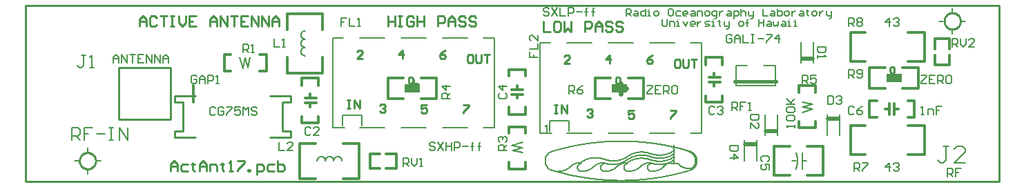
<source format=gto>
*%FSLAX24Y24*%
*%MOIN*%
G01*
%ADD11C,0.0000*%
%ADD12C,0.0050*%
%ADD13C,0.0060*%
%ADD14C,0.0073*%
%ADD15C,0.0080*%
%ADD16C,0.0098*%
%ADD17C,0.0100*%
%ADD18C,0.0120*%
%ADD19C,0.0160*%
%ADD20C,0.0200*%
%ADD21C,0.0200*%
%ADD22C,0.0240*%
%ADD23C,0.0250*%
%ADD24C,0.0300*%
%ADD25C,0.0300*%
%ADD26C,0.0340*%
%ADD27C,0.0360*%
%ADD28C,0.0394*%
%ADD29C,0.0400*%
%ADD30C,0.0434*%
%ADD31C,0.0440*%
%ADD32C,0.0500*%
%ADD33C,0.0500*%
%ADD34C,0.0540*%
%ADD35C,0.0600*%
%ADD36C,0.0680*%
%ADD37C,0.0700*%
%ADD38C,0.0750*%
%ADD39C,0.0790*%
%ADD40C,0.0827*%
%ADD41C,0.1000*%
%ADD42C,0.1250*%
%ADD43C,0.1450*%
%ADD44C,0.2000*%
%ADD45C,0.2250*%
%ADD46R,0.0200X0.0200*%
%ADD47R,0.0200X0.0500*%
%ADD48R,0.0200X0.0650*%
%ADD49R,0.0200X0.1600*%
%ADD50R,0.0280X0.0600*%
%ADD51R,0.0300X0.0300*%
%ADD52R,0.0300X0.0300*%
%ADD53R,0.0320X0.0560*%
%ADD54R,0.0320X0.0640*%
%ADD55R,0.0340X0.0340*%
%ADD56R,0.0360X0.0600*%
%ADD57R,0.0400X0.0400*%
%ADD58R,0.0400X0.0640*%
%ADD59R,0.0500X0.0400*%
%ADD60R,0.0500X0.0500*%
%ADD61R,0.0500X0.0500*%
%ADD62R,0.0500X0.1200*%
%ADD63R,0.0540X0.0440*%
%ADD64R,0.0540X0.0960*%
%ADD65R,0.0540X0.1140*%
%ADD66R,0.0550X0.0650*%
%ADD67R,0.0591X0.1260*%
%ADD68R,0.0600X0.0600*%
%ADD69R,0.0600X0.0600*%
%ADD70R,0.0600X0.1000*%
%ADD71R,0.0600X0.1200*%
%ADD72R,0.0600X0.1250*%
%ADD73R,0.0631X0.1300*%
%ADD74R,0.0640X0.0640*%
%ADD75R,0.0640X0.1040*%
%ADD76R,0.0640X0.1240*%
%ADD77R,0.0640X0.1290*%
%ADD78R,0.0750X0.0400*%
%ADD79R,0.0800X0.0750*%
%ADD80R,0.0800X0.0800*%
%ADD81R,0.0800X0.1250*%
%ADD82R,0.0850X0.0500*%
%ADD83R,0.0890X0.0540*%
%ADD84R,0.0900X0.0900*%
%ADD85R,0.0940X0.0940*%
%ADD86R,0.1000X0.0500*%
%ADD87R,0.1000X0.1000*%
%ADD88R,0.1040X0.0540*%
%ADD89R,0.1200X0.0500*%
%ADD90R,0.1250X0.0600*%
%ADD91R,0.1290X0.0640*%
%ADD92R,0.1400X0.1400*%
%ADD93R,0.1500X0.0500*%
%ADD94R,0.1500X0.1500*%
%ADD95R,0.1500X0.1500*%
%ADD96R,0.1540X0.0540*%
%ADD97R,0.1540X0.1540*%
%ADD98R,0.1700X0.1700*%
%ADD99R,0.1750X0.1750*%
%ADD100R,0.1790X0.1790*%
%ADD101R,0.1900X0.1900*%
%ADD102R,0.2400X0.1600*%
%ADD103R,0.2500X0.2500*%
%ADD104R,0.2500X0.2500*%
D12*
X61070Y30740D02*
Y31040D01*
X62970D02*
Y30740D01*
Y31040D02*
X62420D01*
X61620D02*
X61070D01*
X54717Y26514D02*
X54685Y26525D01*
X54653Y26536D01*
X54620Y26545D01*
X54588Y26554D01*
X54555Y26561D01*
X54521Y26568D01*
X54488Y26574D01*
X54454Y26579D01*
X54421Y26583D01*
X54387Y26586D01*
X54353Y26588D01*
X54319Y26589D01*
X54285Y26589D01*
X54251Y26589D01*
X54217Y26587D01*
X54184Y26585D01*
X54150Y26582D01*
X54116Y26577D01*
X54083Y26572D01*
X54049Y26566D01*
X54016Y26559D01*
X53983Y26551D01*
X53950Y26542D01*
X53918Y26533D01*
X53885Y26522D01*
X53854Y26511D01*
X53822Y26499D01*
X53791Y26485D01*
X53760Y26471D01*
X53729Y26457D01*
X53699Y26441D01*
X53669Y26425D01*
X53640Y26407D01*
X53612Y26389D01*
X53583Y26370D01*
X53556Y26351D01*
X54713Y26516D02*
X54745Y26505D01*
X54777Y26494D01*
X54810Y26485D01*
X54842Y26476D01*
X54875Y26469D01*
X54909Y26462D01*
X54942Y26456D01*
X54976Y26451D01*
X55009Y26447D01*
X55043Y26444D01*
X55077Y26442D01*
X55111Y26441D01*
X55145Y26441D01*
X55179Y26441D01*
X55213Y26443D01*
X55246Y26445D01*
X55280Y26448D01*
X55314Y26453D01*
X55347Y26458D01*
X55381Y26464D01*
X55414Y26471D01*
X55447Y26479D01*
X55480Y26488D01*
X55512Y26497D01*
X55545Y26508D01*
X55576Y26519D01*
X55608Y26531D01*
X55639Y26545D01*
X55670Y26559D01*
X55701Y26573D01*
X55731Y26589D01*
X55761Y26605D01*
X55790Y26623D01*
X55818Y26641D01*
X55847Y26660D01*
X55874Y26679D01*
X56479Y26181D02*
X56505Y26206D01*
X56532Y26228D01*
X56562Y26249D01*
X56592Y26267D01*
X56624Y26283D01*
X56657Y26297D01*
X56691Y26309D01*
X56725Y26318D01*
X56760Y26325D01*
X56795Y26329D01*
X56831Y26331D01*
X56867Y26330D01*
X56902Y26327D01*
X56938Y26322D01*
X56972Y26314D01*
X56476Y26190D02*
X56452Y26167D01*
X56428Y26145D01*
X56403Y26123D01*
X56377Y26103D01*
X56351Y26084D01*
X56323Y26065D01*
X56295Y26048D01*
X56267Y26032D01*
X56237Y26017D01*
X56207Y26004D01*
X56177Y25991D01*
X56146Y25980D01*
X56115Y25969D01*
X56083Y25960D01*
X56051Y25953D01*
X56019Y25946D01*
X55986Y25941D01*
X55954Y25937D01*
X55921Y25935D01*
X55888Y25933D01*
X55855Y25933D01*
X55855Y25930D02*
X55822Y25933D01*
X55790Y25941D01*
X55760Y25955D01*
X55733Y25974D01*
X55709Y25998D01*
X55690Y26025D01*
X55676Y26055D01*
X55668Y26087D01*
X55665Y26120D01*
X55668Y26153D01*
X55676Y26185D01*
X55690Y26215D01*
X55709Y26242D01*
X55733Y26266D01*
X55760Y26285D01*
X55790Y26299D01*
X55822Y26307D01*
X55855Y26310D01*
X55847Y26314D02*
X55812Y26322D01*
X55777Y26327D01*
X55742Y26330D01*
X55706Y26331D01*
X55670Y26329D01*
X55635Y26325D01*
X55600Y26318D01*
X55566Y26309D01*
X55532Y26297D01*
X55499Y26283D01*
X55467Y26267D01*
X55437Y26249D01*
X55407Y26228D01*
X55380Y26206D01*
X55354Y26181D01*
X53101Y26190D02*
X53077Y26167D01*
X53053Y26145D01*
X53028Y26123D01*
X53002Y26103D01*
X52976Y26084D01*
X52948Y26065D01*
X52920Y26048D01*
X52892Y26032D01*
X52862Y26017D01*
X52832Y26004D01*
X52802Y25991D01*
X52771Y25980D01*
X52740Y25969D01*
X52708Y25960D01*
X52676Y25953D01*
X52644Y25946D01*
X52611Y25941D01*
X52579Y25937D01*
X52546Y25935D01*
X52513Y25933D01*
X52480Y25933D01*
X53104Y26181D02*
X53130Y26206D01*
X53157Y26228D01*
X53187Y26249D01*
X53217Y26267D01*
X53249Y26283D01*
X53282Y26297D01*
X53316Y26309D01*
X53350Y26318D01*
X53385Y26325D01*
X53420Y26329D01*
X53456Y26331D01*
X53492Y26330D01*
X53527Y26327D01*
X53562Y26322D01*
X53597Y26314D01*
X53610Y26310D02*
X53577Y26307D01*
X53545Y26299D01*
X53515Y26285D01*
X53488Y26266D01*
X53464Y26242D01*
X53445Y26215D01*
X53431Y26185D01*
X53423Y26153D01*
X53420Y26120D01*
X53423Y26087D01*
X53431Y26055D01*
X53445Y26025D01*
X53464Y25998D01*
X53488Y25974D01*
X53515Y25955D01*
X53545Y25941D01*
X53577Y25933D01*
X53610Y25930D01*
X53605Y25933D02*
X53638Y25933D01*
X53671Y25935D01*
X53704Y25937D01*
X53736Y25941D01*
X53769Y25946D01*
X53801Y25953D01*
X53833Y25960D01*
X53865Y25969D01*
X53896Y25980D01*
X53927Y25991D01*
X53957Y26004D01*
X53987Y26017D01*
X54017Y26032D01*
X54045Y26048D01*
X54073Y26065D01*
X54101Y26084D01*
X54127Y26103D01*
X54153Y26123D01*
X54178Y26145D01*
X54202Y26167D01*
X54226Y26190D01*
X54229Y26181D02*
X54255Y26206D01*
X54282Y26228D01*
X54312Y26249D01*
X54342Y26267D01*
X54374Y26283D01*
X54407Y26297D01*
X54441Y26309D01*
X54475Y26318D01*
X54510Y26325D01*
X54545Y26329D01*
X54581Y26331D01*
X54617Y26330D01*
X54652Y26327D01*
X54688Y26322D01*
X54722Y26314D01*
X54735Y25938D02*
X54768Y25938D01*
X54801Y25940D01*
X54834Y25942D01*
X54866Y25946D01*
X54899Y25951D01*
X54931Y25958D01*
X54963Y25965D01*
X54995Y25974D01*
X55026Y25985D01*
X55057Y25996D01*
X55087Y26009D01*
X55117Y26022D01*
X55147Y26037D01*
X55175Y26053D01*
X55203Y26070D01*
X55231Y26089D01*
X55257Y26108D01*
X55283Y26128D01*
X55308Y26150D01*
X55332Y26172D01*
X55356Y26195D01*
X54730Y26310D02*
X54697Y26307D01*
X54665Y26299D01*
X54635Y26285D01*
X54608Y26266D01*
X54584Y26242D01*
X54565Y26215D01*
X54551Y26185D01*
X54543Y26153D01*
X54540Y26120D01*
X54543Y26087D01*
X54551Y26055D01*
X54565Y26025D01*
X54584Y25998D01*
X54608Y25974D01*
X54635Y25955D01*
X54665Y25941D01*
X54697Y25933D01*
X54730Y25930D01*
X56990D02*
X56957Y25933D01*
X56925Y25941D01*
X56895Y25955D01*
X56868Y25974D01*
X56844Y25998D01*
X56825Y26025D01*
X56811Y26055D01*
X56803Y26087D01*
X56800Y26120D01*
X56803Y26153D01*
X56811Y26185D01*
X56825Y26215D01*
X56844Y26242D01*
X56868Y26266D01*
X56895Y26285D01*
X56925Y26299D01*
X56957Y26307D01*
X56990Y26310D01*
X56995Y25933D02*
X57028Y25933D01*
X57061Y25935D01*
X57094Y25937D01*
X57126Y25941D01*
X57159Y25946D01*
X57191Y25953D01*
X57223Y25960D01*
X57255Y25969D01*
X57286Y25980D01*
X57317Y25991D01*
X57347Y26004D01*
X57377Y26017D01*
X57407Y26032D01*
X57435Y26048D01*
X57463Y26065D01*
X57491Y26084D01*
X57517Y26103D01*
X57543Y26123D01*
X57568Y26145D01*
X57592Y26167D01*
X57616Y26190D01*
X58942Y26067D02*
X58968Y26090D01*
X58992Y26114D01*
X59015Y26140D01*
X59035Y26167D01*
X59054Y26196D01*
X59070Y26227D01*
X59084Y26258D01*
X59096Y26290D01*
X59106Y26323D01*
X59113Y26357D01*
X59117Y26391D01*
X59120Y26425D01*
X59120Y26459D01*
X59117Y26494D01*
X59112Y26527D01*
X59105Y26561D01*
X59095Y26594D01*
X59082Y26626D01*
X59068Y26657D01*
X59051Y26687D01*
X59033Y26716D01*
X59012Y26743D01*
X58989Y26769D01*
X58965Y26793D01*
X58939Y26816D01*
X58911Y26836D01*
X58882Y26854D01*
X58852Y26871D01*
X58821Y26885D01*
X58788Y26897D01*
X58104Y26654D02*
X58077Y26635D01*
X58048Y26616D01*
X58020Y26598D01*
X57991Y26580D01*
X57961Y26564D01*
X57931Y26548D01*
X57900Y26534D01*
X57869Y26520D01*
X57838Y26506D01*
X57806Y26494D01*
X57775Y26483D01*
X57742Y26472D01*
X57710Y26463D01*
X57677Y26454D01*
X57644Y26446D01*
X57611Y26439D01*
X57577Y26433D01*
X57544Y26428D01*
X57510Y26423D01*
X57476Y26420D01*
X57443Y26418D01*
X57409Y26416D01*
X57375Y26416D01*
X57341Y26416D01*
X57307Y26417D01*
X57273Y26419D01*
X57239Y26422D01*
X57206Y26426D01*
X57172Y26431D01*
X57139Y26437D01*
X57105Y26444D01*
X57072Y26451D01*
X57040Y26460D01*
X57007Y26469D01*
X56975Y26480D01*
X56943Y26491D01*
Y26641D02*
X56975Y26630D01*
X57007Y26619D01*
X57040Y26610D01*
X57072Y26601D01*
X57105Y26594D01*
X57139Y26587D01*
X57172Y26581D01*
X57206Y26576D01*
X57239Y26572D01*
X57273Y26569D01*
X57307Y26567D01*
X57341Y26566D01*
X57375Y26566D01*
X57409Y26566D01*
X57443Y26568D01*
X57476Y26570D01*
X57510Y26573D01*
X57544Y26578D01*
X57577Y26583D01*
X57611Y26589D01*
X57644Y26596D01*
X57677Y26604D01*
X57710Y26613D01*
X57742Y26622D01*
X57775Y26633D01*
X57806Y26644D01*
X57838Y26656D01*
X57869Y26670D01*
X57900Y26684D01*
X57931Y26698D01*
X57961Y26714D01*
X57991Y26730D01*
X58020Y26748D01*
X58048Y26766D01*
X58077Y26785D01*
X58104Y26804D01*
Y26954D02*
X58077Y26935D01*
X58048Y26916D01*
X58020Y26898D01*
X57991Y26880D01*
X57961Y26864D01*
X57931Y26848D01*
X57900Y26834D01*
X57869Y26820D01*
X57838Y26806D01*
X57806Y26794D01*
X57775Y26783D01*
X57742Y26772D01*
X57710Y26763D01*
X57677Y26754D01*
X57644Y26746D01*
X57611Y26739D01*
X57577Y26733D01*
X57544Y26728D01*
X57510Y26723D01*
X57476Y26720D01*
X57443Y26718D01*
X57409Y26716D01*
X57375Y26716D01*
X57341Y26716D01*
X57307Y26717D01*
X57273Y26719D01*
X57239Y26722D01*
X57206Y26726D01*
X57172Y26731D01*
X57139Y26737D01*
X57105Y26744D01*
X57072Y26751D01*
X57040Y26760D01*
X57007Y26769D01*
X56975Y26780D01*
X56943Y26791D01*
Y26341D02*
X56975Y26330D01*
X57007Y26319D01*
X57040Y26310D01*
X57072Y26301D01*
X57105Y26294D01*
X57139Y26287D01*
X57172Y26281D01*
X57206Y26276D01*
X57239Y26272D01*
X57273Y26269D01*
X57307Y26267D01*
X57341Y26266D01*
X57375Y26266D01*
X57409Y26266D01*
X57443Y26268D01*
X57476Y26270D01*
X57510Y26273D01*
X57544Y26278D01*
X57577Y26283D01*
X57611Y26289D01*
X57644Y26296D01*
X57677Y26304D01*
X57710Y26313D01*
X57742Y26322D01*
X57775Y26333D01*
X57806Y26344D01*
X57838Y26356D01*
X57869Y26370D01*
X57900Y26384D01*
X57931Y26398D01*
X57961Y26414D01*
X57991Y26430D01*
X58020Y26448D01*
X58048Y26466D01*
X58077Y26485D01*
X58104Y26504D01*
X56947Y26489D02*
X56915Y26500D01*
X56883Y26511D01*
X56850Y26520D01*
X56818Y26529D01*
X56785Y26536D01*
X56751Y26543D01*
X56718Y26549D01*
X56684Y26554D01*
X56651Y26558D01*
X56617Y26561D01*
X56583Y26563D01*
X56549Y26564D01*
X56515Y26564D01*
X56481Y26564D01*
X56447Y26562D01*
X56414Y26560D01*
X56380Y26557D01*
X56346Y26552D01*
X56313Y26547D01*
X56279Y26541D01*
X56246Y26534D01*
X56213Y26526D01*
X56180Y26517D01*
X56148Y26508D01*
X56115Y26497D01*
X56084Y26486D01*
X56052Y26474D01*
X56021Y26460D01*
X55990Y26446D01*
X55959Y26432D01*
X55929Y26416D01*
X55899Y26400D01*
X55870Y26382D01*
X55842Y26364D01*
X55813Y26345D01*
X55786Y26326D01*
Y26476D02*
X55813Y26495D01*
X55842Y26514D01*
X55870Y26532D01*
X55899Y26550D01*
X55929Y26566D01*
X55959Y26582D01*
X55990Y26596D01*
X56021Y26610D01*
X56052Y26624D01*
X56084Y26636D01*
X56115Y26647D01*
X56148Y26658D01*
X56180Y26667D01*
X56213Y26676D01*
X56246Y26684D01*
X56279Y26691D01*
X56313Y26697D01*
X56346Y26702D01*
X56380Y26707D01*
X56414Y26710D01*
X56447Y26712D01*
X56481Y26714D01*
X56515Y26714D01*
X56549Y26714D01*
X56583Y26713D01*
X56617Y26711D01*
X56651Y26708D01*
X56684Y26704D01*
X56718Y26699D01*
X56751Y26693D01*
X56785Y26686D01*
X56818Y26679D01*
X56850Y26670D01*
X56883Y26661D01*
X56915Y26650D01*
X56947Y26639D01*
Y26789D02*
X56915Y26800D01*
X56883Y26811D01*
X56850Y26820D01*
X56818Y26829D01*
X56785Y26836D01*
X56751Y26843D01*
X56718Y26849D01*
X56684Y26854D01*
X56651Y26858D01*
X56617Y26861D01*
X56583Y26863D01*
X56549Y26864D01*
X56515Y26864D01*
X56481Y26864D01*
X56447Y26862D01*
X56414Y26860D01*
X56380Y26857D01*
X56346Y26852D01*
X56313Y26847D01*
X56279Y26841D01*
X56246Y26834D01*
X56213Y26826D01*
X56180Y26817D01*
X56148Y26808D01*
X56115Y26797D01*
X56084Y26786D01*
X56052Y26774D01*
X56021Y26760D01*
X55990Y26746D01*
X55959Y26732D01*
X55929Y26716D01*
X55899Y26700D01*
X55870Y26682D01*
X55842Y26664D01*
X55813Y26645D01*
X55786Y26626D01*
X55829Y26504D02*
X55802Y26485D01*
X55773Y26466D01*
X55745Y26448D01*
X55716Y26430D01*
X55686Y26414D01*
X55656Y26398D01*
X55625Y26384D01*
X55594Y26370D01*
X55563Y26356D01*
X55531Y26344D01*
X55500Y26333D01*
X55467Y26322D01*
X55435Y26313D01*
X55402Y26304D01*
X55369Y26296D01*
X55336Y26289D01*
X55302Y26283D01*
X55269Y26278D01*
X55235Y26273D01*
X55201Y26270D01*
X55168Y26268D01*
X55134Y26266D01*
X55100Y26266D01*
X55066Y26266D01*
X55032Y26267D01*
X54998Y26269D01*
X54964Y26272D01*
X54931Y26276D01*
X54897Y26281D01*
X54864Y26287D01*
X54830Y26294D01*
X54797Y26301D01*
X54765Y26310D01*
X54732Y26319D01*
X54700Y26330D01*
X54668Y26341D01*
X58273Y26312D02*
X58294Y26288D01*
X58316Y26264D01*
X58339Y26242D01*
X58363Y26221D01*
X58389Y26201D01*
X58415Y26182D01*
X58443Y26165D01*
X58471Y26149D01*
X58500Y26135D01*
X58529Y26122D01*
X58559Y26111D01*
X58590Y26101D01*
X58621Y26093D01*
X58653Y26086D01*
X58685Y26081D01*
X58717Y26077D01*
X58749Y26075D01*
X58781Y26075D01*
X58813Y26076D01*
X58846Y26079D01*
X58877Y26084D01*
X58909Y26090D01*
X58940Y26098D01*
X58971Y26107D01*
X59002Y26118D01*
X59031Y26131D01*
X59061Y26145D01*
X57950Y26331D02*
X57917Y26330D01*
X57883Y26327D01*
X57850Y26321D01*
X57818Y26314D01*
X57786Y26304D01*
X57754Y26292D01*
X57724Y26278D01*
X57695Y26263D01*
X57666Y26245D01*
X57639Y26225D01*
X57613Y26204D01*
X57589Y26181D01*
X58090Y26315D02*
Y27210D01*
X57945Y26315D02*
X58270D01*
D13*
X55770Y33440D02*
Y33790D01*
X55945D01*
X56003Y33732D01*
Y33615D01*
X55945Y33557D01*
X55770D01*
X55887D02*
X56003Y33440D01*
X56178Y33673D02*
X56295D01*
X56353Y33615D01*
Y33440D01*
X56178D01*
X56120Y33498D01*
X56178Y33557D01*
X56353D01*
X56703Y33440D02*
Y33790D01*
Y33440D02*
X56528D01*
X56470Y33498D01*
Y33615D01*
X56528Y33673D01*
X56703D01*
X56820Y33440D02*
X56936D01*
X56878D01*
Y33673D01*
X56820D01*
X56878Y33790D02*
X56879D01*
X57170Y33440D02*
X57286D01*
X57344Y33498D01*
Y33615D01*
X57286Y33673D01*
X57170D01*
X57111Y33615D01*
Y33498D01*
X57170Y33440D01*
X57869Y33790D02*
X57986D01*
X57869D02*
X57811Y33732D01*
Y33498D01*
X57869Y33440D01*
X57986D01*
X58044Y33498D01*
Y33732D01*
X57986Y33790D01*
X58219Y33673D02*
X58394D01*
X58219D02*
X58161Y33615D01*
Y33498D01*
X58219Y33440D01*
X58394D01*
X58569D02*
X58686D01*
X58569D02*
X58511Y33498D01*
Y33615D01*
X58569Y33673D01*
X58686D01*
X58744Y33615D01*
Y33557D01*
X58511D01*
X58919Y33673D02*
X59036D01*
X59094Y33615D01*
Y33440D01*
X58919D01*
X58861Y33498D01*
X58919Y33557D01*
X59094D01*
X59211Y33440D02*
Y33673D01*
X59385D01*
X59444Y33615D01*
Y33440D01*
X59619D02*
X59735D01*
X59794Y33498D01*
Y33615D01*
X59735Y33673D01*
X59619D01*
X59560Y33615D01*
Y33498D01*
X59619Y33440D01*
X60027Y33323D02*
X60085D01*
X60144Y33382D01*
Y33673D01*
X59969D01*
X59910Y33615D01*
Y33498D01*
X59969Y33440D01*
X60144D01*
X60260D02*
Y33673D01*
Y33557D02*
Y33440D01*
Y33557D02*
X60319Y33615D01*
X60377Y33673D01*
X60435D01*
X60668D02*
X60785D01*
X60843Y33615D01*
Y33440D01*
X60668D01*
X60610Y33498D01*
X60668Y33557D01*
X60843D01*
X60960Y33673D02*
Y33323D01*
Y33673D02*
X61135D01*
X61193Y33615D01*
Y33498D01*
X61135Y33440D01*
X60960D01*
X61310D02*
Y33790D01*
Y33615D02*
Y33440D01*
Y33615D02*
X61368Y33673D01*
X61485D01*
X61543Y33615D01*
Y33440D01*
X61660Y33498D02*
Y33673D01*
Y33498D02*
X61718Y33440D01*
X61893D01*
Y33382D01*
X61835Y33323D01*
X61776D01*
X61893Y33440D02*
Y33673D01*
X62360Y33790D02*
Y33440D01*
X62593D01*
X62768Y33673D02*
X62884D01*
X62943Y33615D01*
Y33440D01*
X62768D01*
X62709Y33498D01*
X62768Y33557D01*
X62943D01*
X63059Y33440D02*
Y33790D01*
Y33440D02*
X63234D01*
X63293Y33498D01*
Y33557D01*
Y33615D01*
X63234Y33673D01*
X63059D01*
X63468Y33440D02*
X63584D01*
X63642Y33498D01*
Y33615D01*
X63584Y33673D01*
X63468D01*
X63409Y33615D01*
Y33498D01*
X63468Y33440D01*
X63759D02*
Y33673D01*
Y33557D02*
Y33440D01*
Y33557D02*
X63817Y33615D01*
X63876Y33673D01*
X63934D01*
X64167D02*
X64284D01*
X64342Y33615D01*
Y33440D01*
X64167D01*
X64109Y33498D01*
X64167Y33557D01*
X64342D01*
X64517Y33673D02*
Y33732D01*
Y33673D02*
X64459D01*
X64575D01*
X64517D01*
Y33498D01*
X64575Y33440D01*
X64809D02*
X64925D01*
X64984Y33498D01*
Y33615D01*
X64925Y33673D01*
X64809D01*
X64750Y33615D01*
Y33498D01*
X64809Y33440D01*
X65100D02*
Y33673D01*
Y33557D02*
Y33440D01*
Y33557D02*
X65159Y33615D01*
X65217Y33673D01*
X65275D01*
X65450D02*
Y33498D01*
X65509Y33440D01*
X65683D01*
Y33382D01*
X65625Y33323D01*
X65567D01*
X65683Y33440D02*
Y33673D01*
X57520Y33290D02*
Y32998D01*
X57578Y32940D01*
X57695D01*
X57753Y32998D01*
Y33290D01*
X57870Y33173D02*
Y32940D01*
Y33173D02*
X58045D01*
X58103Y33115D01*
Y32940D01*
X58220D02*
X58336D01*
X58278D01*
Y33173D01*
X58220D01*
X58278Y33290D02*
X58279D01*
X58511Y33173D02*
X58628Y32940D01*
X58745Y33173D01*
X58920Y32940D02*
X59036D01*
X58920D02*
X58861Y32998D01*
Y33115D01*
X58920Y33173D01*
X59036D01*
X59094Y33115D01*
Y33057D01*
X58861D01*
X59211Y33173D02*
Y32940D01*
Y33057D01*
X59269Y33115D01*
X59328Y33173D01*
X59386D01*
X59561Y32940D02*
X59736D01*
X59794Y32998D01*
X59736Y33057D01*
X59619D01*
X59561Y33115D01*
X59619Y33173D01*
X59794D01*
X59911Y32940D02*
X60028D01*
X59969D01*
Y33173D01*
X59911D01*
X59969Y33290D02*
X59970D01*
X60261Y33232D02*
Y33173D01*
X60202D01*
X60319D01*
X60261D01*
Y32998D01*
X60319Y32940D01*
X60494Y32998D02*
Y33173D01*
Y32998D02*
X60552Y32940D01*
X60727D01*
Y32882D01*
X60669Y32823D01*
X60611D01*
X60727Y32940D02*
Y33173D01*
X61252Y32940D02*
X61369D01*
X61427Y32998D01*
Y33115D01*
X61369Y33173D01*
X61252D01*
X61194Y33115D01*
Y32998D01*
X61252Y32940D01*
X61602D02*
Y33232D01*
Y33115D01*
X61544D01*
X61660D01*
X61602D01*
Y33232D01*
X61660Y33290D01*
X62185D02*
Y32940D01*
Y33115D01*
X62418D01*
Y33290D01*
Y32940D01*
X62593Y33173D02*
X62710D01*
X62768Y33115D01*
Y32940D01*
X62593D01*
X62535Y32998D01*
X62593Y33057D01*
X62768D01*
X62885Y32998D02*
Y33173D01*
Y32998D02*
X62943Y32940D01*
X63002Y32998D01*
X63060Y32940D01*
X63118Y32998D01*
Y33173D01*
X63293D02*
X63410D01*
X63468Y33115D01*
Y32940D01*
X63293D01*
X63235Y32998D01*
X63293Y33057D01*
X63468D01*
X63585Y32940D02*
X63701D01*
X63643D01*
Y33173D01*
X63585D01*
X63643Y33290D02*
X63644D01*
X63876Y32940D02*
X63993D01*
X63935D01*
Y33173D01*
X63876D01*
X63935Y33290D02*
X63936D01*
X29020Y28040D02*
Y27440D01*
Y28040D02*
X29320D01*
X29420Y27940D01*
Y27740D01*
X29320Y27640D01*
X29020D01*
X29220D02*
X29420Y27440D01*
X29620Y28040D02*
X30020D01*
X29620D02*
Y27740D01*
X29820D01*
X29620D01*
Y27440D01*
X30220Y27740D02*
X30619D01*
X30819Y28040D02*
X31019D01*
X30919D01*
Y27440D01*
X30819D01*
X31019D01*
X31319D02*
Y28040D01*
X31719Y27440D01*
Y28040D01*
X29670Y31540D02*
X29470D01*
X29570D01*
Y31040D01*
X29470Y30940D01*
X29370D01*
X29270Y31040D01*
X29870Y30940D02*
X30070D01*
X29970D01*
Y31540D01*
X29971D01*
X29970D02*
X29870Y31440D01*
X71270Y26090D02*
Y25690D01*
Y26090D02*
X71470D01*
X71537Y26023D01*
Y25890D01*
X71470Y25823D01*
X71270D01*
X71403D02*
X71537Y25690D01*
X71670Y26090D02*
X71936D01*
X71670D02*
Y25890D01*
X71803D01*
X71670D01*
Y25690D01*
X71353Y27140D02*
X71087D01*
X71220D01*
Y26473D01*
X71087Y26340D01*
X70953D01*
X70820Y26473D01*
X71620Y26340D02*
X72153D01*
X71620D02*
X72153Y26873D01*
Y27006D01*
X72020Y27140D01*
X71753D01*
X71620Y27006D01*
X71520Y31940D02*
Y32340D01*
X71720D01*
X71787Y32273D01*
Y32140D01*
X71720Y32073D01*
X71520D01*
X71653D02*
X71787Y31940D01*
X71920Y32073D02*
Y32340D01*
Y32073D02*
X72053Y31940D01*
X72186Y32073D01*
Y32340D01*
X72320Y31940D02*
X72586D01*
X72320D02*
X72586Y32207D01*
Y32273D01*
X72520Y32340D01*
X72386D01*
X72320Y32273D01*
X70153Y28690D02*
X70020D01*
X70087D02*
X70153D01*
X70087D02*
Y29090D01*
X70088D01*
X70087D02*
X70020Y29023D01*
X70353Y28957D02*
Y28690D01*
Y28957D02*
X70553D01*
X70620Y28890D01*
Y28690D01*
X70753Y29090D02*
X71020D01*
X70753D02*
Y28890D01*
X70886D01*
X70753D01*
Y28690D01*
X66787Y29023D02*
X66720Y29090D01*
X66587D01*
X66520Y29023D01*
Y28757D01*
X66587Y28690D01*
X66720D01*
X66787Y28757D01*
X67053Y29023D02*
X67186Y29090D01*
X67053Y29023D02*
X66920Y28890D01*
Y28757D01*
X66987Y28690D01*
X67120D01*
X67186Y28757D01*
Y28823D01*
X67120Y28890D01*
X66920D01*
X70020Y30590D02*
X70287D01*
Y30523D01*
X70020Y30257D01*
Y30190D01*
X70287D01*
X70420Y30590D02*
X70686D01*
X70420D02*
Y30190D01*
X70686D01*
X70553Y30390D02*
X70420D01*
X70820Y30190D02*
Y30590D01*
X71020D01*
X71086Y30523D01*
Y30390D01*
X71020Y30323D01*
X70820D01*
X70953D02*
X71086Y30190D01*
X71286Y30590D02*
X71420D01*
X71286D02*
X71220Y30523D01*
Y30257D01*
X71286Y30190D01*
X71420D01*
X71486Y30257D01*
Y30523D01*
X71420Y30590D01*
X66520Y30440D02*
Y30840D01*
X66720D01*
X66787Y30773D01*
Y30640D01*
X66720Y30573D01*
X66520D01*
X66653D02*
X66787Y30440D01*
X66920Y30507D02*
X66987Y30440D01*
X67120D01*
X67186Y30507D01*
Y30773D01*
X67120Y30840D01*
X66987D01*
X66920Y30773D01*
Y30707D01*
X66987Y30640D01*
X67186D01*
X68470Y32940D02*
Y33340D01*
X68270Y33140D01*
X68537D01*
X68670Y33273D02*
X68737Y33340D01*
X68870D01*
X68936Y33273D01*
Y33207D01*
X68937D01*
X68936D02*
X68937D01*
X68936D02*
X68937D01*
X68936D02*
X68870Y33140D01*
X68803D01*
X68870D01*
X68936Y33073D01*
Y33007D01*
X68870Y32940D01*
X68737D01*
X68670Y33007D01*
X66520Y32940D02*
Y33340D01*
X66720D01*
X66787Y33273D01*
Y33140D01*
X66720Y33073D01*
X66520D01*
X66653D02*
X66787Y32940D01*
X66920Y33273D02*
X66987Y33340D01*
X67120D01*
X67186Y33273D01*
Y33207D01*
X67120Y33140D01*
X67186Y33073D01*
Y33007D01*
X67120Y32940D01*
X66987D01*
X66920Y33007D01*
Y33073D01*
X66987Y33140D01*
X66920Y33207D01*
Y33273D01*
X66987Y33140D02*
X67120D01*
X65420Y31940D02*
X65020D01*
Y31740D01*
X65087Y31673D01*
X65353D01*
X65420Y31740D01*
Y31940D01*
X65020Y31540D02*
Y31407D01*
Y31473D01*
X65420D01*
X65421D01*
X65420D02*
X65353Y31540D01*
X61170Y27190D02*
X60770D01*
Y26990D01*
X60837Y26923D01*
X61103D01*
X61170Y26990D01*
Y27190D01*
Y26590D02*
X60770D01*
X60970Y26790D02*
X61170Y26590D01*
X60970Y26524D02*
Y26790D01*
X62603Y26423D02*
X62670Y26490D01*
Y26623D01*
X62603Y26690D01*
X62337D01*
X62270Y26623D01*
Y26490D01*
X62337Y26423D01*
X62670Y26290D02*
Y26024D01*
Y26290D02*
X62470D01*
X62537Y26157D01*
Y26090D01*
X62470Y26024D01*
X62337D01*
X62270Y26090D01*
Y26223D01*
X62337Y26290D01*
X68470Y26340D02*
Y25940D01*
X68270Y26140D02*
X68470Y26340D01*
X68537Y26140D02*
X68270D01*
X68670Y26273D02*
X68737Y26340D01*
X68870D01*
X68936Y26273D01*
Y26207D01*
X68937D01*
X68936D02*
X68937D01*
X68936D02*
X68937D01*
X68936D02*
X68870Y26140D01*
X68803D01*
X68870D01*
X68936Y26073D01*
Y26007D01*
X68870Y25940D01*
X68737D01*
X68670Y26007D01*
X66770Y25940D02*
Y26340D01*
X66970D01*
X67037Y26273D01*
Y26140D01*
X66970Y26073D01*
X66770D01*
X66903D02*
X67037Y25940D01*
X67170Y26340D02*
X67436D01*
Y26273D01*
X67170Y26007D01*
Y25940D01*
X65520Y29190D02*
Y29590D01*
Y29190D02*
X65720D01*
X65787Y29257D01*
Y29523D01*
X65720Y29590D01*
X65520D01*
X65920Y29523D02*
X65987Y29590D01*
X66120D01*
X66186Y29523D01*
Y29457D01*
X66187D01*
X66186D02*
X66187D01*
X66186D02*
X66187D01*
X66186D02*
X66120Y29390D01*
X66053D01*
X66120D01*
X66186Y29323D01*
Y29257D01*
X66120Y29190D01*
X65987D01*
X65920Y29257D01*
X63910Y28163D02*
Y28030D01*
Y28097D02*
Y28163D01*
Y28097D02*
X63510D01*
X63511D01*
X63510D02*
X63577Y28030D01*
Y28363D02*
X63510Y28430D01*
Y28563D01*
X63577Y28630D01*
X63843D01*
X63910Y28563D01*
Y28430D01*
X63843Y28363D01*
X63577D01*
Y28763D02*
X63510Y28830D01*
Y28963D01*
X63577Y29030D01*
X63843D01*
X63910Y28963D01*
Y28830D01*
X63843Y28763D01*
X63577D01*
X63510Y29163D02*
X63910D01*
X63777D01*
X63510Y29430D01*
X63710Y29230D01*
X63910Y29430D01*
X64270Y30190D02*
Y30590D01*
X64470D01*
X64537Y30523D01*
Y30390D01*
X64470Y30323D01*
X64270D01*
X64403D02*
X64537Y30190D01*
X64670Y30590D02*
X64936D01*
X64670D02*
Y30390D01*
X64803Y30457D01*
X64870D01*
X64936Y30390D01*
Y30257D01*
X64870Y30190D01*
X64737D01*
X64670Y30257D01*
X62170Y28690D02*
X61770D01*
Y28490D01*
X61837Y28423D01*
X62103D01*
X62170Y28490D01*
Y28690D01*
X61770Y28290D02*
Y28024D01*
Y28290D02*
X62037Y28024D01*
X62103D01*
X62170Y28090D01*
Y28223D01*
X62103Y28290D01*
X60887Y32473D02*
X60820Y32540D01*
X60687D01*
X60620Y32473D01*
Y32207D01*
X60687Y32140D01*
X60820D01*
X60887Y32207D01*
Y32340D01*
X60753D01*
X61020Y32407D02*
Y32140D01*
Y32407D02*
X61153Y32540D01*
X61286Y32407D01*
Y32140D01*
Y32340D01*
X61020D01*
X61420Y32140D02*
Y32540D01*
Y32140D02*
X61686D01*
X61820Y32540D02*
X61953D01*
X61886D01*
Y32140D01*
X61820D01*
X61953D01*
X62153Y32340D02*
X62419D01*
X62553Y32540D02*
X62819D01*
Y32473D01*
X62553Y32207D01*
Y32140D01*
X63153D02*
Y32540D01*
X62953Y32340D01*
X63219D01*
X60870Y29290D02*
Y28890D01*
Y29290D02*
X61070D01*
X61137Y29223D01*
Y29090D01*
X61070Y29023D01*
X60870D01*
X61003D02*
X61137Y28890D01*
X61270Y29290D02*
X61536D01*
X61270D02*
Y29090D01*
X61403D01*
X61270D01*
Y28890D01*
X61670D02*
X61803D01*
X61736D01*
Y29290D01*
X61737D01*
X61736D02*
X61670Y29223D01*
X60037Y29023D02*
X59970Y29090D01*
X59837D01*
X59770Y29023D01*
Y28757D01*
X59837Y28690D01*
X59970D01*
X60037Y28757D01*
X60170Y29023D02*
X60237Y29090D01*
X60370D01*
X60436Y29023D01*
Y28957D01*
X60437D01*
X60436D02*
X60437D01*
X60436D02*
X60437D01*
X60436D02*
X60370Y28890D01*
X60303D01*
X60370D01*
X60436Y28823D01*
Y28757D01*
X60370Y28690D01*
X60237D01*
X60170Y28757D01*
X57037Y30090D02*
X56770D01*
X57037D02*
Y30023D01*
X56770Y29757D01*
Y29690D01*
X57037D01*
X57170Y30090D02*
X57436D01*
X57170D02*
Y29690D01*
X57436D01*
X57303Y29890D02*
X57170D01*
X57570Y29690D02*
Y30090D01*
X57770D01*
X57836Y30023D01*
Y29890D01*
X57770Y29823D01*
X57570D01*
X57703D02*
X57836Y29690D01*
X58036Y30090D02*
X58170D01*
X58036D02*
X57970Y30023D01*
Y29757D01*
X58036Y29690D01*
X58170D01*
X58236Y29757D01*
Y30023D01*
X58170Y30090D01*
X53020D02*
Y29690D01*
Y30090D02*
X53220D01*
X53287Y30023D01*
Y29890D01*
X53220Y29823D01*
X53020D01*
X53153D02*
X53287Y29690D01*
X53553Y30023D02*
X53686Y30090D01*
X53553Y30023D02*
X53420Y29890D01*
Y29757D01*
X53487Y29690D01*
X53620D01*
X53686Y29757D01*
Y29823D01*
X53620Y29890D01*
X53420D01*
X52037Y33773D02*
X51970Y33840D01*
X51837D01*
X51770Y33773D01*
Y33707D01*
X51837Y33640D01*
X51970D01*
X52037Y33573D01*
Y33507D01*
X51970Y33440D01*
X51837D01*
X51770Y33507D01*
X52170Y33840D02*
X52436Y33440D01*
X52170D02*
X52436Y33840D01*
X52570D02*
Y33440D01*
X52836D01*
X52970D02*
Y33840D01*
X53170D01*
X53236Y33773D01*
Y33640D01*
X53170Y33573D01*
X52970D01*
X53369Y33640D02*
X53636D01*
X53836Y33773D02*
Y33440D01*
Y33640D02*
Y33773D01*
Y33640D02*
X53769D01*
X53903D01*
X53836D01*
Y33773D01*
X53903Y33840D01*
X54169Y33773D02*
Y33440D01*
Y33640D02*
Y33773D01*
Y33640D02*
X54103D01*
X54236D01*
X54169D01*
Y33773D01*
X54236Y33840D01*
X51120Y31707D02*
Y31440D01*
X51320D01*
Y31573D01*
Y31440D01*
X51520D01*
Y31840D02*
X51120D01*
X51520D02*
Y32106D01*
Y32240D02*
Y32506D01*
Y32240D02*
X51253Y32506D01*
X51187D01*
X51120Y32440D01*
Y32306D01*
X51187Y32240D01*
X51886Y27764D02*
X52019D01*
X51952D01*
Y28164D01*
X51953D01*
X51952D02*
X51886Y28098D01*
X50020Y26940D02*
X49620D01*
Y27140D01*
X49687Y27207D01*
X49820D01*
X49887Y27140D01*
Y26940D01*
Y27073D02*
X50020Y27207D01*
X49687Y27340D02*
X49620Y27407D01*
Y27540D01*
X49687Y27606D01*
X49753D01*
X49754D01*
X49753D02*
X49754D01*
X49753D02*
X49754D01*
X49753D02*
X49820Y27540D01*
Y27473D01*
Y27540D01*
X49887Y27606D01*
X49953D01*
X50020Y27540D01*
Y27407D01*
X49953Y27340D01*
X49620Y29640D02*
X49687Y29707D01*
X49620Y29640D02*
Y29507D01*
X49687Y29440D01*
X49953D01*
X50020Y29507D01*
Y29640D01*
X49953Y29707D01*
X50020Y30040D02*
X49620D01*
X49820Y29840D01*
Y30106D01*
X46537Y27273D02*
X46470Y27340D01*
X46337D01*
X46270Y27273D01*
Y27207D01*
X46337Y27140D01*
X46470D01*
X46537Y27073D01*
Y27007D01*
X46470Y26940D01*
X46337D01*
X46270Y27007D01*
X46670Y27340D02*
X46936Y26940D01*
X46670D02*
X46936Y27340D01*
X47070D02*
Y26940D01*
Y27140D01*
X47336D01*
Y27340D01*
Y26940D01*
X47470D02*
Y27340D01*
X47670D01*
X47736Y27273D01*
Y27140D01*
X47670Y27073D01*
X47470D01*
X47869Y27140D02*
X48136D01*
X48336Y27273D02*
Y26940D01*
Y27140D02*
Y27273D01*
Y27140D02*
X48269D01*
X48403D01*
X48336D01*
Y27273D01*
X48403Y27340D01*
X48669Y27273D02*
Y26940D01*
Y27140D02*
Y27273D01*
Y27140D02*
X48603D01*
X48736D01*
X48669D01*
Y27273D01*
X48736Y27340D01*
X42287Y33340D02*
X42020D01*
Y33140D01*
X42153D01*
X42020D01*
Y32940D01*
X42420D02*
Y33340D01*
Y32940D02*
X42686D01*
X42820D02*
X42953D01*
X42886D01*
Y33340D01*
X42887D01*
X42886D02*
X42820Y33273D01*
X46870Y29440D02*
X47270D01*
X46870D02*
Y29640D01*
X46937Y29707D01*
X47070D01*
X47137Y29640D01*
Y29440D01*
Y29573D02*
X47270Y29707D01*
Y30040D02*
X46870D01*
X47070Y29840D01*
Y30106D01*
X45020Y26590D02*
Y26190D01*
Y26590D02*
X45220D01*
X45287Y26523D01*
Y26390D01*
X45220Y26323D01*
X45020D01*
X45153D02*
X45287Y26190D01*
X45420Y26323D02*
Y26590D01*
Y26323D02*
X45553Y26190D01*
X45686Y26323D01*
Y26590D01*
X45820Y26190D02*
X45953D01*
X45886D01*
Y26590D01*
X45887D01*
X45886D02*
X45820Y26523D01*
X39020Y26940D02*
Y27340D01*
Y26940D02*
X39287D01*
X39420D02*
X39686D01*
X39420D02*
X39686Y27207D01*
Y27273D01*
X39620Y27340D01*
X39487D01*
X39420Y27273D01*
X40470Y28090D02*
X40537Y28023D01*
X40470Y28090D02*
X40337D01*
X40270Y28023D01*
Y27757D01*
X40337Y27690D01*
X40470D01*
X40537Y27757D01*
X40670Y27690D02*
X40936D01*
X40670D02*
X40936Y27957D01*
Y28023D01*
X40870Y28090D01*
X40737D01*
X40670Y28023D01*
X38770Y31940D02*
Y32340D01*
Y31940D02*
X39037D01*
X39170D02*
X39303D01*
X39237D01*
Y32340D01*
X39238D01*
X39237D02*
X39170Y32273D01*
X37270Y32090D02*
Y31690D01*
Y32090D02*
X37470D01*
X37537Y32023D01*
Y31890D01*
X37470Y31823D01*
X37270D01*
X37403D02*
X37537Y31690D01*
X37670D02*
X37803D01*
X37737D01*
Y32090D01*
X37738D01*
X37737D02*
X37670Y32023D01*
X35870Y29040D02*
X35937Y28973D01*
X35870Y29040D02*
X35737D01*
X35670Y28973D01*
Y28707D01*
X35737Y28640D01*
X35870D01*
X35937Y28707D01*
X36270Y29040D02*
X36336Y28973D01*
X36270Y29040D02*
X36137D01*
X36070Y28973D01*
Y28707D01*
X36137Y28640D01*
X36270D01*
X36336Y28707D01*
Y28840D01*
X36203D01*
X36470Y29040D02*
X36736D01*
Y28973D01*
X36470Y28707D01*
Y28640D01*
X36870Y29040D02*
X37136D01*
X36870D02*
Y28840D01*
X37003Y28907D01*
X37070D01*
X37136Y28840D01*
Y28707D01*
X37070Y28640D01*
X36936D01*
X36870Y28707D01*
X37269Y28640D02*
Y29040D01*
X37403Y28907D01*
X37536Y29040D01*
Y28640D01*
X37936Y28973D02*
X37869Y29040D01*
X37736D01*
X37669Y28973D01*
Y28907D01*
X37736Y28840D01*
X37869D01*
X37936Y28773D01*
Y28707D01*
X37869Y28640D01*
X37736D01*
X37669Y28707D01*
X35037Y30523D02*
X34970Y30590D01*
X34837D01*
X34770Y30523D01*
Y30257D01*
X34837Y30190D01*
X34970D01*
X35037Y30257D01*
Y30390D01*
X34903D01*
X35170Y30457D02*
Y30190D01*
Y30457D02*
X35303Y30590D01*
X35436Y30457D01*
Y30190D01*
Y30390D01*
X35170D01*
X35570Y30190D02*
Y30590D01*
X35770D01*
X35836Y30523D01*
Y30390D01*
X35770Y30323D01*
X35570D01*
X35970Y30190D02*
X36103D01*
X36036D01*
Y30590D01*
X36037D01*
X36036D02*
X35970Y30523D01*
X31020Y31190D02*
Y31457D01*
X31153Y31590D01*
X31287Y31457D01*
Y31190D01*
Y31390D01*
X31020D01*
X31420Y31190D02*
Y31590D01*
X31686Y31190D01*
Y31590D01*
X31820D02*
X32086D01*
X31953D01*
Y31190D01*
X32220Y31590D02*
X32486D01*
X32220D02*
Y31190D01*
X32486D01*
X32353Y31390D02*
X32220D01*
X32619Y31190D02*
Y31590D01*
X32886Y31190D01*
Y31590D01*
X33019D02*
Y31190D01*
X33286D02*
X33019Y31590D01*
X33286D02*
Y31190D01*
X33419D02*
Y31457D01*
X33553Y31590D01*
X33686Y31457D01*
Y31190D01*
Y31390D01*
X33419D01*
D15*
X26770Y31540D02*
Y27840D01*
X73770D02*
Y31540D01*
X71520Y33623D02*
Y33820D01*
Y32757D02*
Y32560D01*
X71953Y33190D02*
X72150D01*
X71087D02*
X70890D01*
X64220Y32190D02*
Y31190D01*
X64820D02*
Y32190D01*
X62070Y27440D02*
Y26440D01*
X61470D02*
Y27440D01*
X63970Y26840D02*
X63981Y26808D01*
X63991Y26776D01*
X64001Y26743D01*
X64009Y26710D01*
X64016Y26677D01*
X64023Y26643D01*
X64028Y26610D01*
X64033Y26576D01*
X64036Y26542D01*
X64038Y26508D01*
X64040Y26474D01*
X64040Y26440D01*
X64040Y26406D01*
X64038Y26372D01*
X64036Y26338D01*
X64033Y26304D01*
X64028Y26270D01*
X64023Y26237D01*
X64016Y26203D01*
X64009Y26170D01*
X64001Y26137D01*
X63991Y26104D01*
X63981Y26072D01*
X63970Y26040D01*
X64270Y26040D02*
Y26840D01*
X63970Y26440D02*
X63770D01*
X64270D02*
X64470D01*
X66070Y27690D02*
Y28690D01*
X65470D02*
Y27690D01*
X64790Y28950D02*
X64270Y28790D01*
Y29040D02*
X64790Y28950D01*
X64770Y29190D02*
X64270Y29040D01*
Y29290D02*
X64770Y29190D01*
X62470Y28690D02*
Y27690D01*
X63070D02*
Y28690D01*
X62970Y30090D02*
Y31040D01*
X61070D02*
Y30090D01*
X62970D01*
X52070Y28390D02*
Y27890D01*
X51620Y27790D02*
Y32140D01*
X59420D02*
Y27790D01*
X53020Y27890D02*
Y28390D01*
X52070D01*
X52170Y27790D02*
X51620D01*
Y32140D02*
X52120D01*
X58870Y27790D02*
X59420D01*
Y32140D02*
X58870D01*
X58120Y27790D02*
X56920D01*
X56120D02*
X54920D01*
X54120D02*
X52920D01*
X56920Y32140D02*
X58120D01*
X56120D02*
X54920D01*
X54120D02*
X52920D01*
X52096Y26866D02*
X52128Y26876D01*
X52159Y26886D01*
X52191Y26895D01*
X52223Y26905D01*
X52254Y26914D01*
X52286Y26924D01*
X52318Y26933D01*
X52350Y26942D01*
X52382Y26951D01*
X52413Y26961D01*
X52445Y26969D01*
X52477Y26978D01*
X52509Y26987D01*
X52541Y26996D01*
X52573Y27004D01*
X52605Y27013D01*
X52637Y27021D01*
X52669Y27029D01*
X52701Y27038D01*
X52733Y27046D01*
X52766Y27054D01*
X52798Y27062D01*
X52830Y27069D01*
X52862Y27077D01*
X52894Y27085D01*
X52927Y27092D01*
X52959Y27100D01*
X52991Y27107D01*
X53023Y27114D01*
X53056Y27122D01*
X53088Y27129D01*
X53120Y27136D01*
X53153Y27143D01*
X53185Y27149D01*
X53218Y27156D01*
X53250Y27163D01*
X53283Y27169D01*
X53315Y27176D01*
X53348Y27182D01*
X53380Y27188D01*
X53413Y27194D01*
X53445Y27200D01*
X53478Y27206D01*
X53510Y27212D01*
X53543Y27218D01*
X53576Y27224D01*
X53608Y27229D01*
X53641Y27235D01*
X53674Y27240D01*
X53706Y27245D01*
X53739Y27251D01*
X53772Y27256D01*
X53804Y27261D01*
X53837Y27266D01*
X53870Y27270D01*
X53903Y27275D01*
X53936Y27280D01*
X53968Y27284D01*
X54001Y27289D01*
X54034Y27293D01*
X54067Y27297D01*
X54100Y27302D01*
X54133Y27306D01*
X54165Y27310D01*
X54198Y27313D01*
X54231Y27317D01*
X54264Y27321D01*
X54297Y27324D01*
X54330Y27328D01*
X54363Y27331D01*
X54396Y27335D01*
X54429Y27338D01*
X54462Y27341D01*
X54495Y27344D01*
X54528Y27347D01*
X54561Y27350D01*
X54594Y27352D01*
X54627Y27355D01*
X54660Y27358D01*
X54693Y27360D01*
X54726Y27362D01*
X54759Y27365D01*
X54792Y27367D01*
X54825Y27369D01*
X54858Y27371D01*
X54891Y27373D01*
X54924Y27374D01*
X54957Y27376D01*
X54990Y27378D01*
X55023Y27379D01*
X55056Y27381D01*
X55090Y27382D01*
X55123Y27383D01*
X55156Y27384D01*
X55189Y27385D01*
X55222Y27386D01*
X55255Y27387D01*
X55288Y27388D01*
X55321Y27388D01*
X55354Y27389D01*
X55388Y27389D01*
X55421Y27390D01*
X55454Y27390D01*
X55487Y27390D01*
X55520Y27390D01*
X55553Y27390D01*
X55586Y27390D01*
X55619Y27390D01*
X55652Y27389D01*
X55686Y27389D01*
X55719Y27388D01*
X55752Y27388D01*
X55785Y27387D01*
X55818Y27386D01*
X55851Y27385D01*
X55884Y27384D01*
X55917Y27383D01*
X55950Y27382D01*
X55984Y27381D01*
X56017Y27379D01*
X56050Y27378D01*
X56083Y27376D01*
X56116Y27374D01*
X56149Y27373D01*
X56182Y27371D01*
X56215Y27369D01*
X56248Y27367D01*
X56281Y27365D01*
X56314Y27362D01*
X56347Y27360D01*
X56380Y27358D01*
X56413Y27355D01*
X56446Y27352D01*
X56479Y27350D01*
X56512Y27347D01*
X56545Y27344D01*
X56578Y27341D01*
X56611Y27338D01*
X56644Y27335D01*
X56677Y27331D01*
X56710Y27328D01*
X56743Y27324D01*
X56776Y27321D01*
X56809Y27317D01*
X56842Y27313D01*
X56875Y27310D01*
X56907Y27306D01*
X56940Y27302D01*
X56973Y27297D01*
X57006Y27293D01*
X57039Y27289D01*
X57072Y27284D01*
X57104Y27280D01*
X57137Y27275D01*
X57170Y27270D01*
X57203Y27266D01*
X57236Y27261D01*
X57268Y27256D01*
X57301Y27251D01*
X57334Y27245D01*
X57366Y27240D01*
X57399Y27235D01*
X57432Y27229D01*
X57464Y27224D01*
X57497Y27218D01*
X57530Y27212D01*
X57562Y27206D01*
X57595Y27200D01*
X57627Y27194D01*
X57660Y27188D01*
X57692Y27182D01*
X57725Y27176D01*
X57757Y27169D01*
X57790Y27163D01*
X57822Y27156D01*
X57855Y27149D01*
X57887Y27143D01*
X57920Y27136D01*
X57952Y27129D01*
X57984Y27122D01*
X58017Y27114D01*
X58049Y27107D01*
X58081Y27100D01*
X58113Y27092D01*
X58146Y27085D01*
X58178Y27077D01*
X58210Y27069D01*
X58242Y27062D01*
X58274Y27054D01*
X58307Y27046D01*
X58339Y27038D01*
X58371Y27029D01*
X58403Y27021D01*
X58435Y27013D01*
X58467Y27004D01*
X58499Y26996D01*
X58531Y26987D01*
X58563Y26978D01*
X58595Y26969D01*
X58627Y26961D01*
X58658Y26951D01*
X58690Y26942D01*
X58722Y26933D01*
X58754Y26924D01*
X58786Y26914D01*
X58817Y26905D01*
X58849Y26895D01*
X58881Y26886D01*
X58912Y26876D01*
X58944Y26866D01*
X58967Y26850D02*
X58992Y26830D01*
X59017Y26810D01*
X59040Y26787D01*
X59061Y26764D01*
X59081Y26739D01*
X59099Y26712D01*
X59116Y26685D01*
X59131Y26657D01*
X59144Y26627D01*
X59155Y26597D01*
X59164Y26567D01*
X59171Y26535D01*
X59176Y26504D01*
X59179Y26472D01*
X59180Y26440D01*
X59179Y26408D01*
X59176Y26376D01*
X59171Y26345D01*
X59164Y26313D01*
X59155Y26283D01*
X59144Y26253D01*
X59131Y26223D01*
X59116Y26195D01*
X59099Y26168D01*
X59081Y26141D01*
X59061Y26116D01*
X59040Y26093D01*
X59017Y26070D01*
X58992Y26050D01*
X58967Y26030D01*
X52073D02*
X52048Y26050D01*
X52023Y26070D01*
X52000Y26093D01*
X51979Y26116D01*
X51959Y26141D01*
X51941Y26168D01*
X51924Y26195D01*
X51909Y26223D01*
X51896Y26253D01*
X51885Y26283D01*
X51876Y26313D01*
X51869Y26345D01*
X51864Y26376D01*
X51861Y26408D01*
X51860Y26440D01*
X51861Y26472D01*
X51864Y26504D01*
X51869Y26535D01*
X51876Y26567D01*
X51885Y26597D01*
X51896Y26627D01*
X51909Y26657D01*
X51924Y26685D01*
X51941Y26712D01*
X51959Y26739D01*
X51979Y26764D01*
X52000Y26787D01*
X52023Y26810D01*
X52048Y26830D01*
X52073Y26850D01*
X52096Y26014D02*
X52128Y26004D01*
X52159Y25994D01*
X52191Y25985D01*
X52223Y25975D01*
X52254Y25966D01*
X52286Y25956D01*
X52318Y25947D01*
X52350Y25938D01*
X52382Y25929D01*
X52413Y25919D01*
X52445Y25911D01*
X52477Y25902D01*
X52509Y25893D01*
X52541Y25884D01*
X52573Y25876D01*
X52605Y25867D01*
X52637Y25859D01*
X52669Y25851D01*
X52701Y25842D01*
X52733Y25834D01*
X52766Y25826D01*
X52798Y25818D01*
X52830Y25811D01*
X52862Y25803D01*
X52894Y25795D01*
X52927Y25788D01*
X52959Y25780D01*
X52991Y25773D01*
X53023Y25766D01*
X53056Y25758D01*
X53088Y25751D01*
X53120Y25744D01*
X53153Y25737D01*
X53185Y25731D01*
X53218Y25724D01*
X53250Y25717D01*
X53283Y25711D01*
X53315Y25704D01*
X53348Y25698D01*
X53380Y25692D01*
X53413Y25686D01*
X53445Y25680D01*
X53478Y25674D01*
X53510Y25668D01*
X53543Y25662D01*
X53576Y25656D01*
X53608Y25651D01*
X53641Y25645D01*
X53674Y25640D01*
X53706Y25635D01*
X53739Y25629D01*
X53772Y25624D01*
X53804Y25619D01*
X53837Y25614D01*
X53870Y25610D01*
X53903Y25605D01*
X53936Y25600D01*
X53968Y25596D01*
X54001Y25591D01*
X54034Y25587D01*
X54067Y25583D01*
X54100Y25578D01*
X54133Y25574D01*
X54165Y25570D01*
X54198Y25567D01*
X54231Y25563D01*
X54264Y25559D01*
X54297Y25556D01*
X54330Y25552D01*
X54363Y25549D01*
X54396Y25545D01*
X54429Y25542D01*
X54462Y25539D01*
X54495Y25536D01*
X54528Y25533D01*
X54561Y25530D01*
X54594Y25528D01*
X54627Y25525D01*
X54660Y25522D01*
X54693Y25520D01*
X54726Y25518D01*
X54759Y25515D01*
X54792Y25513D01*
X54825Y25511D01*
X54858Y25509D01*
X54891Y25507D01*
X54924Y25506D01*
X54957Y25504D01*
X54990Y25502D01*
X55023Y25501D01*
X55056Y25499D01*
X55090Y25498D01*
X55123Y25497D01*
X55156Y25496D01*
X55189Y25495D01*
X55222Y25494D01*
X55255Y25493D01*
X55288Y25492D01*
X55321Y25492D01*
X55354Y25491D01*
X55388Y25491D01*
X55421Y25490D01*
X55454Y25490D01*
X55487Y25490D01*
X55520Y25490D01*
X55553Y25490D01*
X55586Y25490D01*
X55619Y25490D01*
X55652Y25491D01*
X55686Y25491D01*
X55719Y25492D01*
X55752Y25492D01*
X55785Y25493D01*
X55818Y25494D01*
X55851Y25495D01*
X55884Y25496D01*
X55917Y25497D01*
X55950Y25498D01*
X55984Y25499D01*
X56017Y25501D01*
X56050Y25502D01*
X56083Y25504D01*
X56116Y25506D01*
X56149Y25507D01*
X56182Y25509D01*
X56215Y25511D01*
X56248Y25513D01*
X56281Y25515D01*
X56314Y25518D01*
X56347Y25520D01*
X56380Y25522D01*
X56413Y25525D01*
X56446Y25528D01*
X56479Y25530D01*
X56512Y25533D01*
X56545Y25536D01*
X56578Y25539D01*
X56611Y25542D01*
X56644Y25545D01*
X56677Y25549D01*
X56710Y25552D01*
X56743Y25556D01*
X56776Y25559D01*
X56809Y25563D01*
X56842Y25567D01*
X56875Y25570D01*
X56907Y25574D01*
X56940Y25578D01*
X56973Y25583D01*
X57006Y25587D01*
X57039Y25591D01*
X57072Y25596D01*
X57104Y25600D01*
X57137Y25605D01*
X57170Y25610D01*
X57203Y25614D01*
X57236Y25619D01*
X57268Y25624D01*
X57301Y25629D01*
X57334Y25635D01*
X57366Y25640D01*
X57399Y25645D01*
X57432Y25651D01*
X57464Y25656D01*
X57497Y25662D01*
X57530Y25668D01*
X57562Y25674D01*
X57595Y25680D01*
X57627Y25686D01*
X57660Y25692D01*
X57692Y25698D01*
X57725Y25704D01*
X57757Y25711D01*
X57790Y25717D01*
X57822Y25724D01*
X57855Y25731D01*
X57887Y25737D01*
X57920Y25744D01*
X57952Y25751D01*
X57984Y25758D01*
X58017Y25766D01*
X58049Y25773D01*
X58081Y25780D01*
X58113Y25788D01*
X58146Y25795D01*
X58178Y25803D01*
X58210Y25811D01*
X58242Y25818D01*
X58274Y25826D01*
X58307Y25834D01*
X58339Y25842D01*
X58371Y25851D01*
X58403Y25859D01*
X58435Y25867D01*
X58467Y25876D01*
X58499Y25884D01*
X58531Y25893D01*
X58563Y25902D01*
X58595Y25911D01*
X58627Y25919D01*
X58658Y25929D01*
X58690Y25938D01*
X58722Y25947D01*
X58754Y25956D01*
X58786Y25966D01*
X58817Y25975D01*
X58849Y25985D01*
X58881Y25994D01*
X58912Y26004D01*
X58944Y26014D01*
X50770Y26840D02*
X50270Y26940D01*
X50770Y27090D01*
X50250Y27180D01*
X50770Y27340D01*
X43020Y28140D02*
Y28640D01*
X49420Y28040D02*
Y32390D01*
X41620D02*
Y28040D01*
X42070Y28140D02*
Y28640D01*
X42920Y32390D02*
X44120D01*
X44920D02*
X46120D01*
X46920D02*
X48120D01*
X44120Y28040D02*
X42920D01*
X44920D02*
X46120D01*
X46920D02*
X48120D01*
X48870Y32390D02*
X49420D01*
Y28040D02*
X48870D01*
X42120Y32390D02*
X41620D01*
Y28040D02*
X42170D01*
X42070Y28640D02*
X43020D01*
X41250Y26440D02*
X41247Y26475D01*
X41238Y26508D01*
X41223Y26540D01*
X41203Y26569D01*
X41179Y26593D01*
X41150Y26613D01*
X41118Y26628D01*
X41085Y26637D01*
X41050Y26640D01*
X41015Y26637D01*
X40982Y26628D01*
X40950Y26613D01*
X40921Y26593D01*
X40897Y26569D01*
X40877Y26540D01*
X40862Y26508D01*
X40853Y26475D01*
X40850Y26440D01*
X41650D02*
X41653Y26475D01*
X41662Y26508D01*
X41677Y26540D01*
X41697Y26569D01*
X41721Y26593D01*
X41750Y26613D01*
X41782Y26628D01*
X41815Y26637D01*
X41850Y26640D01*
X41885Y26637D01*
X41918Y26628D01*
X41950Y26613D01*
X41979Y26593D01*
X42003Y26569D01*
X42023Y26540D01*
X42038Y26508D01*
X42047Y26475D01*
X42050Y26440D01*
X41650D02*
X41647Y26475D01*
X41638Y26508D01*
X41623Y26540D01*
X41603Y26569D01*
X41579Y26593D01*
X41550Y26613D01*
X41518Y26628D01*
X41485Y26637D01*
X41450Y26640D01*
X41415Y26637D01*
X41382Y26628D01*
X41350Y26613D01*
X41321Y26593D01*
X41297Y26569D01*
X41277Y26540D01*
X41262Y26508D01*
X41253Y26475D01*
X41250Y26440D01*
X40270Y31520D02*
X40235Y31523D01*
X40202Y31532D01*
X40170Y31547D01*
X40141Y31567D01*
X40117Y31591D01*
X40097Y31620D01*
X40082Y31652D01*
X40073Y31685D01*
X40070Y31720D01*
X40073Y31755D01*
X40082Y31788D01*
X40097Y31820D01*
X40117Y31849D01*
X40141Y31873D01*
X40170Y31893D01*
X40202Y31908D01*
X40235Y31917D01*
X40270Y31920D01*
Y32320D02*
X40235Y32323D01*
X40202Y32332D01*
X40170Y32347D01*
X40141Y32367D01*
X40117Y32391D01*
X40097Y32420D01*
X40082Y32452D01*
X40073Y32485D01*
X40070Y32520D01*
X40073Y32555D01*
X40082Y32588D01*
X40097Y32620D01*
X40117Y32649D01*
X40141Y32673D01*
X40170Y32693D01*
X40202Y32708D01*
X40235Y32717D01*
X40270Y32720D01*
Y32320D02*
X40235Y32317D01*
X40202Y32308D01*
X40170Y32293D01*
X40141Y32273D01*
X40117Y32249D01*
X40097Y32220D01*
X40082Y32188D01*
X40073Y32155D01*
X40070Y32120D01*
X40073Y32085D01*
X40082Y32052D01*
X40097Y32020D01*
X40117Y31991D01*
X40141Y31967D01*
X40170Y31947D01*
X40202Y31932D01*
X40235Y31923D01*
X40270Y31920D01*
X37620Y31440D02*
X37520Y30940D01*
X37370Y31440D01*
X37280Y30920D01*
X37120Y31440D01*
X29770Y27070D02*
Y26873D01*
Y26007D02*
Y25810D01*
X30203Y26440D02*
X30400D01*
X29337D02*
X29140D01*
D16*
X71914Y33190D02*
X71912Y33157D01*
X71908Y33124D01*
X71901Y33092D01*
X71892Y33061D01*
X71880Y33030D01*
X71865Y33000D01*
X71848Y32972D01*
X71829Y32945D01*
X71807Y32920D01*
X71783Y32897D01*
X71758Y32876D01*
X71731Y32858D01*
X71702Y32841D01*
X71673Y32827D01*
X71642Y32816D01*
X71610Y32807D01*
X71578Y32801D01*
X71545Y32797D01*
X71512Y32796D01*
X71479Y32798D01*
X71446Y32803D01*
X71414Y32811D01*
X71383Y32821D01*
X71352Y32834D01*
X71323Y32849D01*
X71295Y32867D01*
X71269Y32887D01*
X71245Y32909D01*
X71222Y32933D01*
X71201Y32959D01*
X71183Y32986D01*
X71167Y33015D01*
X71154Y33045D01*
X71143Y33076D01*
X71135Y33108D01*
X71129Y33141D01*
X71127Y33174D01*
Y33206D01*
X71129Y33239D01*
X71135Y33272D01*
X71143Y33304D01*
X71154Y33335D01*
X71167Y33365D01*
X71183Y33394D01*
X71201Y33421D01*
X71222Y33447D01*
X71245Y33471D01*
X71269Y33493D01*
X71295Y33513D01*
X71323Y33531D01*
X71352Y33546D01*
X71383Y33559D01*
X71414Y33569D01*
X71446Y33577D01*
X71479Y33582D01*
X71512Y33584D01*
X71545Y33583D01*
X71578Y33579D01*
X71610Y33573D01*
X71642Y33564D01*
X71673Y33553D01*
X71702Y33539D01*
X71731Y33522D01*
X71758Y33504D01*
X71783Y33483D01*
X71807Y33460D01*
X71829Y33435D01*
X71848Y33408D01*
X71865Y33380D01*
X71880Y33350D01*
X71892Y33319D01*
X71901Y33288D01*
X71908Y33256D01*
X71912Y33223D01*
X71914Y33190D01*
X30164Y26440D02*
X30162Y26407D01*
X30158Y26374D01*
X30151Y26342D01*
X30142Y26311D01*
X30130Y26280D01*
X30115Y26250D01*
X30098Y26222D01*
X30079Y26195D01*
X30057Y26170D01*
X30033Y26147D01*
X30008Y26126D01*
X29981Y26108D01*
X29952Y26091D01*
X29923Y26077D01*
X29892Y26066D01*
X29860Y26057D01*
X29828Y26051D01*
X29795Y26047D01*
X29762Y26046D01*
X29729Y26048D01*
X29696Y26053D01*
X29664Y26061D01*
X29633Y26071D01*
X29602Y26084D01*
X29573Y26099D01*
X29545Y26117D01*
X29519Y26137D01*
X29495Y26159D01*
X29472Y26183D01*
X29451Y26209D01*
X29433Y26236D01*
X29417Y26265D01*
X29404Y26295D01*
X29393Y26326D01*
X29385Y26358D01*
X29379Y26391D01*
X29377Y26424D01*
Y26456D01*
X29379Y26489D01*
X29385Y26522D01*
X29393Y26554D01*
X29404Y26585D01*
X29417Y26615D01*
X29433Y26644D01*
X29451Y26671D01*
X29472Y26697D01*
X29495Y26721D01*
X29519Y26743D01*
X29545Y26763D01*
X29573Y26781D01*
X29602Y26796D01*
X29633Y26809D01*
X29664Y26819D01*
X29696Y26827D01*
X29729Y26832D01*
X29762Y26834D01*
X29795Y26833D01*
X29828Y26829D01*
X29860Y26823D01*
X29892Y26814D01*
X29923Y26803D01*
X29952Y26789D01*
X29981Y26772D01*
X30008Y26754D01*
X30033Y26733D01*
X30057Y26710D01*
X30079Y26685D01*
X30098Y26658D01*
X30115Y26630D01*
X30130Y26600D01*
X30142Y26569D01*
X30151Y26538D01*
X30158Y26506D01*
X30162Y26473D01*
X30164Y26440D01*
D17*
X26770Y33940D02*
X73770D01*
Y25440D02*
X26770D01*
X31270Y28440D02*
X33770D01*
Y30940D02*
X31270D01*
X73770Y33940D02*
Y25440D01*
X26770D02*
Y33940D01*
X31270Y30940D02*
Y28440D01*
X33770D02*
Y30940D01*
X51770Y32690D02*
Y33190D01*
Y32690D02*
X52103D01*
X52353Y33190D02*
X52520D01*
X52353D02*
X52270Y33107D01*
Y32773D01*
X52353Y32690D01*
X52520D01*
X52603Y32773D01*
Y33107D01*
X52520Y33190D01*
X52770D02*
Y32690D01*
X52936Y32857D01*
X53103Y32690D01*
Y33190D01*
X53769D02*
Y32690D01*
Y33190D02*
X54019D01*
X54103Y33107D01*
Y32940D01*
X54019Y32857D01*
X53769D01*
X54269Y32690D02*
Y33023D01*
X54436Y33190D01*
X54602Y33023D01*
Y32690D01*
Y32940D01*
X54269D01*
X55019Y33190D02*
X55102Y33107D01*
X55019Y33190D02*
X54852D01*
X54769Y33107D01*
Y33023D01*
X54852Y32940D01*
X55019D01*
X55102Y32857D01*
Y32773D01*
X55019Y32690D01*
X54852D01*
X54769Y32773D01*
X55519Y33190D02*
X55602Y33107D01*
X55519Y33190D02*
X55352D01*
X55269Y33107D01*
Y33023D01*
X55352Y32940D01*
X55519D01*
X55602Y32857D01*
Y32773D01*
X55519Y32690D01*
X55352D01*
X55269Y32773D01*
X44270Y32940D02*
Y33440D01*
Y33190D02*
Y32940D01*
Y33190D02*
X44603D01*
Y33440D01*
Y32940D01*
X44770Y33440D02*
X44936D01*
X44853D01*
Y32940D01*
X44770D01*
X44936D01*
X45436Y33440D02*
X45520Y33357D01*
X45436Y33440D02*
X45270D01*
X45186Y33357D01*
Y33023D01*
X45270Y32940D01*
X45436D01*
X45520Y33023D01*
Y33190D01*
X45353D01*
X45686Y33440D02*
Y32940D01*
Y33190D01*
X46019D01*
Y33440D01*
Y32940D01*
X46686D02*
Y33440D01*
X46936D01*
X47019Y33357D01*
Y33190D01*
X46936Y33107D01*
X46686D01*
X47186Y32940D02*
Y33273D01*
X47352Y33440D01*
X47519Y33273D01*
Y32940D01*
Y33190D01*
X47186D01*
X47935Y33440D02*
X48019Y33357D01*
X47935Y33440D02*
X47769D01*
X47686Y33357D01*
Y33273D01*
X47769Y33190D01*
X47935D01*
X48019Y33107D01*
Y33023D01*
X47935Y32940D01*
X47769D01*
X47686Y33023D01*
X48435Y33440D02*
X48519Y33357D01*
X48435Y33440D02*
X48269D01*
X48185Y33357D01*
Y33273D01*
X48269Y33190D01*
X48435D01*
X48519Y33107D01*
Y33023D01*
X48435Y32940D01*
X48269D01*
X48185Y33023D01*
X32270Y32940D02*
Y33273D01*
X32437Y33440D01*
X32603Y33273D01*
Y32940D01*
Y33190D01*
X32270D01*
X33020Y33440D02*
X33103Y33357D01*
X33020Y33440D02*
X32853D01*
X32770Y33357D01*
Y33023D01*
X32853Y32940D01*
X33020D01*
X33103Y33023D01*
X33270Y33440D02*
X33603D01*
X33436D01*
Y32940D01*
X33770Y33440D02*
X33936D01*
X33853D01*
Y32940D01*
X33770D01*
X33936D01*
X34186Y33107D02*
Y33440D01*
Y33107D02*
X34353Y32940D01*
X34519Y33107D01*
Y33440D01*
X34686D02*
X35019D01*
X34686D02*
Y32940D01*
X35019D01*
X34852Y33190D02*
X34686D01*
X35686Y33273D02*
Y32940D01*
Y33273D02*
X35852Y33440D01*
X36019Y33273D01*
Y32940D01*
Y33190D01*
X35686D01*
X36185Y32940D02*
Y33440D01*
X36519Y32940D01*
Y33440D01*
X36685D02*
X37018D01*
X36852D01*
Y32940D01*
X37185Y33440D02*
X37518D01*
X37185D02*
Y32940D01*
X37518D01*
X37352Y33190D02*
X37185D01*
X37685Y32940D02*
Y33440D01*
X38018Y32940D01*
Y33440D01*
X38185D02*
Y32940D01*
X38518D02*
X38185Y33440D01*
X38518D02*
Y32940D01*
X38685D02*
Y33273D01*
X38851Y33440D01*
X39018Y33273D01*
Y32940D01*
Y33190D01*
X38685D01*
X33770Y26273D02*
Y25940D01*
Y26273D02*
X33937Y26440D01*
X34103Y26273D01*
Y25940D01*
Y26190D01*
X33770D01*
X34353Y26273D02*
X34603D01*
X34353D02*
X34270Y26190D01*
Y26023D01*
X34353Y25940D01*
X34603D01*
X34853Y26273D02*
Y26357D01*
Y26273D02*
X34770D01*
X34936D01*
X34853D01*
Y26023D01*
X34936Y25940D01*
X35186D02*
Y26273D01*
X35353Y26440D01*
X35519Y26273D01*
Y25940D01*
Y26190D01*
X35186D01*
X35686Y26273D02*
Y25940D01*
Y26273D02*
X35936D01*
X36019Y26190D01*
Y25940D01*
X36269Y26273D02*
Y26357D01*
Y26273D02*
X36186D01*
X36352D01*
X36269D01*
Y26023D01*
X36352Y25940D01*
X36602D02*
X36769D01*
X36686D01*
Y26440D01*
X36687D01*
X36686D02*
X36602Y26357D01*
X37019Y26440D02*
X37352D01*
Y26357D01*
X37019Y26023D01*
Y25940D01*
X37519D02*
Y26023D01*
X37602D01*
Y25940D01*
X37519D01*
X37935Y25773D02*
Y26273D01*
X38185D01*
X38269Y26190D01*
Y26023D01*
X38185Y25940D01*
X37935D01*
X38518Y26273D02*
X38768D01*
X38518D02*
X38435Y26190D01*
Y26023D01*
X38518Y25940D01*
X38768D01*
X38935D02*
Y26440D01*
Y25940D02*
X39185D01*
X39268Y26023D01*
Y26107D01*
Y26190D01*
X39185Y26273D01*
X38935D01*
X68520Y30940D02*
X68570Y30990D01*
X68670D01*
X68720Y30940D01*
Y30740D01*
X68670Y30690D01*
X68570D01*
X68520Y30740D01*
Y30940D01*
X55320Y30490D02*
X55270Y30440D01*
X55320Y30490D02*
X55420D01*
X55470Y30440D01*
Y30240D01*
X55420Y30190D01*
X55320D01*
X55270Y30240D01*
Y30440D01*
X58187Y31340D02*
X58320D01*
X58187D02*
X58120Y31273D01*
Y31007D01*
X58187Y30940D01*
X58320D01*
X58387Y31007D01*
Y31273D01*
X58320Y31340D01*
X58520D02*
Y31007D01*
X58587Y30940D01*
X58720D01*
X58786Y31007D01*
Y31340D01*
X58920D02*
X59186D01*
X59053D01*
Y30940D01*
X52453Y29140D02*
X52320D01*
X52387D02*
X52453D01*
X52387D02*
Y28740D01*
X52320D01*
X52453D01*
X52653D02*
Y29140D01*
X52920Y28740D01*
Y29140D01*
X57920Y28890D02*
X58187D01*
Y28823D01*
X57920Y28557D01*
Y28490D01*
X56137Y28890D02*
X55870D01*
Y28690D01*
X56003Y28757D01*
X56070D01*
X56137Y28690D01*
Y28557D01*
X56070Y28490D01*
X55937D01*
X55870Y28557D01*
X53937Y28940D02*
X53870Y28873D01*
X53937Y28940D02*
X54070D01*
X54137Y28873D01*
Y28807D01*
X54138D01*
X54137D02*
X54138D01*
X54137D02*
X54138D01*
X54137D02*
X54070Y28740D01*
X54003D01*
X54070D01*
X54137Y28673D01*
Y28607D01*
X54070Y28540D01*
X53937D01*
X53870Y28607D01*
X56903Y31473D02*
X57037Y31540D01*
X56903Y31473D02*
X56770Y31340D01*
Y31207D01*
X56837Y31140D01*
X56970D01*
X57037Y31207D01*
Y31273D01*
X56970Y31340D01*
X56770D01*
X54970Y31140D02*
Y31540D01*
X54770Y31340D01*
X55037D01*
X53037Y31140D02*
X52770D01*
X53037Y31407D01*
Y31473D01*
X52970Y31540D01*
X52837D01*
X52770Y31473D01*
X55520Y30140D02*
Y29740D01*
X55320Y29940D02*
X55720D01*
X43037Y31390D02*
X42770D01*
X43037Y31657D01*
Y31723D01*
X42970Y31790D01*
X42837D01*
X42770Y31723D01*
X44970Y31790D02*
Y31390D01*
X44770Y31590D02*
X44970Y31790D01*
X45037Y31590D02*
X44770D01*
X46903Y31723D02*
X47037Y31790D01*
X46903Y31723D02*
X46770Y31590D01*
Y31457D01*
X46837Y31390D01*
X46970D01*
X47037Y31457D01*
Y31523D01*
X46970Y31590D01*
X46770D01*
X43937Y29190D02*
X43870Y29123D01*
X43937Y29190D02*
X44070D01*
X44137Y29123D01*
Y29057D01*
X44138D01*
X44137D02*
X44138D01*
X44137D02*
X44138D01*
X44137D02*
X44070Y28990D01*
X44003D01*
X44070D01*
X44137Y28923D01*
Y28857D01*
X44070Y28790D01*
X43937D01*
X43870Y28857D01*
X45870Y29140D02*
X46137D01*
X45870D02*
Y28940D01*
X46003Y29007D01*
X46070D01*
X46137Y28940D01*
Y28807D01*
X46070Y28740D01*
X45937D01*
X45870Y28807D01*
X47920Y29140D02*
X48187D01*
Y29073D01*
X47920Y28807D01*
Y28740D01*
X42453Y29390D02*
X42320D01*
X42387D02*
X42453D01*
X42387D02*
Y28990D01*
X42320D01*
X42453D01*
X42653D02*
Y29390D01*
X42920Y28990D01*
Y29390D01*
X48187Y31590D02*
X48320D01*
X48187D02*
X48120Y31523D01*
Y31257D01*
X48187Y31190D01*
X48320D01*
X48387Y31257D01*
Y31523D01*
X48320Y31590D01*
X48520D02*
Y31257D01*
X48587Y31190D01*
X48720D01*
X48786Y31257D01*
Y31590D01*
X48920D02*
X49186D01*
X49053D01*
Y31190D01*
X45520Y30390D02*
Y29990D01*
X45320Y30190D02*
X45720D01*
X45320Y30490D02*
X45270Y30440D01*
X45320Y30490D02*
X45420D01*
X45470Y30440D01*
Y30240D01*
X45420Y30190D01*
X45320D01*
X45270Y30240D01*
Y30440D01*
X34370Y29290D02*
Y27890D01*
X33970Y29290D02*
Y29590D01*
Y27890D02*
Y27590D01*
X39170Y27890D02*
Y29290D01*
X39570Y27890D02*
Y27590D01*
Y29290D02*
Y29590D01*
X34370Y29290D02*
X33970D01*
Y29590D02*
X34970D01*
X34370Y27890D02*
X33970D01*
Y27590D02*
X34970D01*
X39170Y27890D02*
X39570D01*
Y27590D02*
X38570D01*
X39170Y29290D02*
X39570D01*
Y29590D02*
X38570D01*
D18*
X34870Y29290D02*
Y30090D01*
X70670Y31840D02*
Y32340D01*
X71370D02*
Y31840D01*
Y31540D02*
Y31090D01*
X70670D02*
Y31540D01*
Y32340D02*
X71370D01*
Y31090D02*
X70670D01*
X68470Y29220D02*
Y28680D01*
Y28940D01*
X68710Y28680D02*
Y29220D01*
Y28940D02*
Y28680D01*
X67520Y28540D02*
Y29340D01*
X69670D02*
Y28540D01*
X68470Y28940D02*
X68290D01*
X68710D02*
X68910D01*
X69370Y29340D02*
X69670D01*
X67870Y28540D02*
X67520D01*
Y29340D02*
X67870D01*
X69370Y28540D02*
X69670D01*
X67520Y29940D02*
Y30940D01*
X69870D02*
Y29940D01*
X68270Y30940D02*
X67520D01*
Y29940D02*
X68270D01*
X69120D02*
X69870D01*
Y30940D02*
X69120D01*
X69370Y31240D02*
X70170Y31240D01*
Y32640D01*
X66600Y32640D02*
Y31240D01*
X69370Y32640D02*
X70170D01*
X67300Y31240D02*
X66600D01*
Y32640D02*
X67300D01*
X65270Y27140D02*
Y25740D01*
X62920D02*
Y27140D01*
X64520Y25740D02*
X65270D01*
Y27140D02*
X64520D01*
X63670D02*
X62920D01*
Y25740D02*
X63670D01*
X69370Y26740D02*
X70170Y26740D01*
Y28140D01*
X66600Y28140D02*
Y26740D01*
X69370Y28140D02*
X70170D01*
X67300Y26740D02*
X66600D01*
Y28140D02*
X67300D01*
X64120Y28040D02*
Y28340D01*
X64920D02*
Y28040D01*
X64120Y29740D02*
Y30090D01*
X64920D02*
Y29740D01*
Y28040D02*
X64120D01*
Y30090D02*
X64920D01*
X59620Y29590D02*
Y29290D01*
X60420Y31090D02*
Y31440D01*
X59620D02*
Y31090D01*
X60420Y29590D02*
Y29290D01*
X60020Y30050D02*
Y30250D01*
Y30490D02*
Y30670D01*
X59620Y29290D02*
X60420D01*
Y31440D02*
X59620D01*
X59760Y30250D02*
X60020D01*
X59760D02*
X60300D01*
X60020Y30490D02*
X59760D01*
X60300D01*
X56620Y30440D02*
Y29440D01*
X54270D02*
Y30440D01*
X55870D02*
X56620D01*
Y29440D02*
X55870D01*
X55020D02*
X54270D01*
Y30440D02*
X55020D01*
X50120Y26390D02*
Y26040D01*
X50920D02*
Y26390D01*
X50120Y27790D02*
Y28090D01*
X50920D02*
Y27790D01*
Y26040D02*
X50120D01*
Y28090D02*
X50920D01*
Y30540D02*
Y30840D01*
X50120Y29040D02*
Y28690D01*
X50920D02*
Y29040D01*
X50120Y30540D02*
Y30840D01*
X50520Y30080D02*
Y29880D01*
Y29640D02*
Y29460D01*
X50120Y30840D02*
X50920D01*
Y28690D02*
X50120D01*
X50520Y29880D02*
X50780D01*
X50240D01*
X50520Y29640D02*
X50780D01*
X50240D01*
X46620Y29440D02*
Y30440D01*
X44270D02*
Y29440D01*
X45870Y30440D02*
X46620D01*
Y29440D02*
X45870D01*
X45020D02*
X44270D01*
Y30440D02*
X45020D01*
X44670Y26790D02*
Y26090D01*
X43420D02*
Y26790D01*
X44170D02*
X44670D01*
Y26090D02*
X44170D01*
X43870D02*
X43420D01*
Y26790D02*
X43870D01*
X40020Y27290D02*
Y25590D01*
X42870D02*
Y27290D01*
X40770D02*
X40020D01*
Y25590D02*
X40770D01*
X42120D02*
X42870D01*
Y27290D02*
X42120D01*
X40520Y29490D02*
Y29670D01*
Y29250D02*
Y29050D01*
X40920Y28590D02*
Y28290D01*
X40120Y30090D02*
Y30440D01*
X40920D02*
Y30090D01*
X40120Y28590D02*
Y28290D01*
X40260Y29490D02*
X40800D01*
X40520D02*
X40260D01*
Y29250D02*
X40800D01*
X40520D02*
X40260D01*
X40120Y30440D02*
X40920D01*
Y28290D02*
X40120D01*
X39420Y30690D02*
Y31440D01*
X41120D02*
Y30690D01*
Y32790D02*
Y33540D01*
X39420D02*
Y32790D01*
Y30690D02*
X41120D01*
Y33540D02*
X39420D01*
X38420Y31590D02*
Y30790D01*
X36370D02*
Y31590D01*
X38070Y30790D02*
X38420D01*
Y31590D02*
X38070D01*
X36670Y30790D02*
X36370D01*
Y31590D02*
X36670D01*
D19*
X61020Y30290D02*
X63020D01*
D20*
X64270Y31390D02*
X64770D01*
X62020Y27240D02*
X61520D01*
X65520Y28490D02*
X66020D01*
X63020Y27890D02*
X62520D01*
D22*
X55770Y29940D02*
X55270D01*
X55520Y29690D02*
Y30190D01*
D78*
X68695Y30440D02*
D03*
X55445Y29940D02*
D03*
X45445D02*
D03*
M02*

</source>
